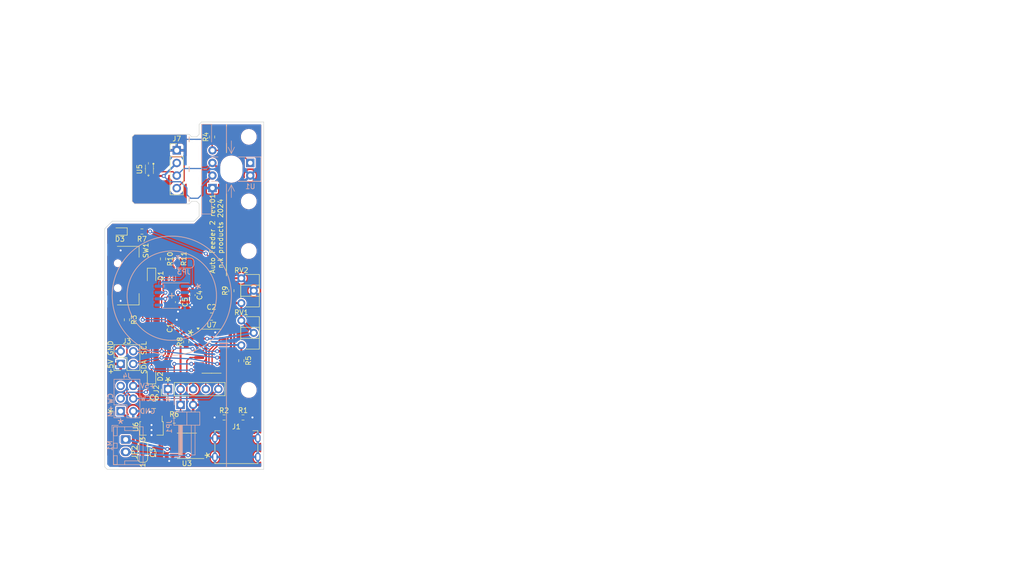
<source format=kicad_pcb>
(kicad_pcb (version 20240108) (generator "pcbnew") (generator_version "8.0")
  (title_block (title "Auto Feeder2") (date "2024-05-27") (rev "01") (company "n.k products") (comment 1 "Place the PCB vertically to take up as little space as possible."))
  (layers (0 "F.Cu" signal) (31 "B.Cu" signal) (34 "B.Paste" user) (35 "F.Paste" user) (36 "B.SilkS" user "B.Silkscreen") (37 "F.SilkS" user "F.Silkscreen") (38 "B.Mask" user) (39 "F.Mask" user) (44 "Edge.Cuts" user))
  (net 0 "")
  (net 1 "GND")
  (net 2 "+5V")
  (net 3 "Net-(J2-Pin_1)")
  (net 4 "Net-(J2-Pin_2)")
  (net 5 "Net-(JP2-C)")
  (net 6 "/Sensor0")
  (net 7 "/FWD")
  (net 8 "/REV")
  (net 9 "/SCL")
  (net 10 "/SDA")
  (net 11 "Net-(U4-VDD3V3)")
  (net 12 "Net-(D1-K)")
  (net 13 "/RA2")
  (net 14 "Net-(D2-K)")
  (net 15 "/M1")
  (net 16 "/M2")
  (net 17 "Net-(D3-K)")
  (net 18 "Net-(J1-CC1)")
  (net 19 "/CCW")
  (net 20 "Net-(R3-Pad1)")
  (net 21 "Net-(J1-CC2)")
  (net 22 "/RA4")
  (net 23 "/RA5")
  (net 24 "Net-(J2-Pin_4)")
  (net 25 "/CW")
  (net 27 "Net-(J4-Pin_1)")
  (net 28 "Net-(J5-Pin_1)")
  (net 29 "Net-(J7-Pin_4)")
  (net 30 "Net-(JP3-C)")
  (footprint "Resistor_SMD:R_0603_1608Metric" (layer "F.Cu") (at 99.9925 92.075)
    (property "Reference" "R7")
    (property "Value" "1k")
  )
  (footprint "Package_SO:SOIC-8_3.9x4.9mm_P1.27mm" (layer "F.Cu") (at 109.035 135.255 180)
    (property "Reference" "U3")
    (property "Value" "ZXBM5210-S")
  )
  (footprint "Resistor_SMD:R_0603_1608Metric" (layer "F.Cu") (at 96.97 109.855 -90)
    (property "Reference" "R3")
    (property "Value" "1k")
  )
  (footprint "Resistor_SMD:R_0603_1608Metric" (layer "F.Cu") (at 120 118.1 -90)
    (property "Reference" "R5")
    (property "Value" "1k")
  )
  (footprint "Connector_PinHeader_2.54mm:PinHeader_2x02_P2.54mm_Vertical" (layer "F.Cu") (at 95.7 118.745 90)
    (property "Reference" "J3")
    (property "Value" "Conn_02x02_Odd_Even")
  )
  (footprint "Fiducial:Fiducial_1mm_Mask3mm" (layer "F.Cu") (at 118 72.5)
    (property "Reference" "Fed3" (hide yes))
    (property "Value" "Fiducial_1mm_Mask3mm")
  )
  (footprint "mylib:DrillHoleOval2.5x6.7mm" (layer "F.Cu") (at 110.5 82.5 180)
    (property "Reference" "REF**" (hide yes))
    (property "Value" "DrillHoleOval2.5x6.7mm")
  )
  (footprint "Capacitor_SMD:C_0603_1608Metric" (layer "F.Cu") (at 107 111.506 90)
    (property "Reference" "C1")
    (property "Value" "0.01u")
  )
  (footprint "" (layer "F.Cu") (at 101.92 131.064)
    (property "Reference" "")
    (property "Value" "")
  )
  (footprint "Capacitor_SMD:C_0603_1608Metric" (layer "F.Cu") (at 107.254 106.299 -90)
    (property "Reference" "C5")
    (property "Value" "1u")
  )
  (footprint "Jumper:SolderJumper-3_P1.3mm_Bridged12_RoundedPad1.0x1.5mm_NumberLabels" (layer "F.Cu") (at 100.142 136.525 90)
    (property "Reference" "JP2")
    (property "Value" "SolderJumper_3_Bridged12")
  )
  (footprint "Capacitor_SMD:C_0805_2012Metric" (layer "F.Cu") (at 113.985 109.22 180)
    (property "Reference" "C2")
    (property "Value" "0.1u")
  )
  (footprint "Resistor_SMD:R_0603_1608Metric" (layer "F.Cu") (at 107 97.552742 -90)
    (property "Reference" "R11")
    (property "Value" "5.1k")
  )
  (footprint "Resistor_SMD:R_0603_1608Metric" (layer "F.Cu") (at 114.115 73.025 -90)
    (property "Reference" "R4")
    (property "Value" "510")
  )
  (footprint "MountingHole:MountingHole_2.7mm_M2.5" (layer "F.Cu") (at 121.5 73)
    (property "Reference" "REF**" (hide yes))
    (property "Value" "MountingHole_2.7mm_M2.5")
  )
  (footprint "Fiducial:Fiducial_1mm_Mask3mm" (layer "F.Cu") (at 94 138.5)
    (property "Reference" "REF**" (hide yes))
    (property "Value" "Fiducial_1mm_Mask3mm")
  )
  (footprint "Resistor_SMD:R_0603_1608Metric" (layer "F.Cu") (at 116.525 129.54 180)
    (property "Reference" "R2")
    (property "Value" "5.1k")
  )
  (footprint "" (layer "F.Cu") (at 101.92 132.08)
    (property "Reference" "")
    (property "Value" "")
  )
  (footprint "Resistor_SMD:R_0603_1608Metric" (layer "F.Cu") (at 106.492 130.175)
    (property "Reference" "R6")
    (property "Value" "10k")
  )
  (footprint "Package_TO_SOT_SMD:SOT-89-3" (layer "F.Cu") (at 101.92 131.445 -90)
    (property "Reference" "U6")
    (property "Value" "L78L05_SOT89")
  )
  (footprint "MountingHole:MountingHole_2.7mm_M2.5" (layer "F.Cu") (at 121.5 86)
    (property "Reference" "REF**" (hide yes))
    (property "Value" "MountingHole_2.7mm_M2.5")
  )
  (footprint "Potentiometer_THT:Potentiometer_ACP_CA6-H2,5_Horizontal" (layer "F.Cu") (at 120 101.5)
    (property "Reference" "RV2")
    (property "Value" "20k")
  )
  (footprint "LED_SMD:LED_0603_1608Metric" (layer "F.Cu") (at 95.5475 92.075 180)
    (property "Reference" "D3")
    (property "Value" "LED")
  )
  (footprint "Resistor_SMD:R_0603_1608Metric" (layer "F.Cu") (at 120.335 129.54)
    (property "Reference" "R1")
    (property "Value" "5.1k")
  )
  (footprint "Connector_PinHeader_2.54mm:PinHeader_1x05_P2.54mm_Vertical" (layer "F.Cu") (at 105.225 123.825 90)
    (property "Reference" "J2")
    (property "Value" "Conn_01x05")
  )
  (footprint "Potentiometer_THT:Potentiometer_ACP_CA6-H2,5_Horizontal" (layer "F.Cu") (at 120 110)
    (property "Reference" "RV1")
    (property "Value" "20k")
  )
  (footprint "mylib:ThermalVia" (layer "F.Cu") (at 101.92 133.096)
    (property "Reference" "REF**" (hide yes))
    (property "Value" "ThermalVia" (hide yes))
  )
  (footprint "MountingHole:MountingHole_2.7mm_M2.5" (layer "F.Cu") (at 121.5 96)
    (property "Reference" "REF**" (hide yes))
    (property "Value" "MountingHole_2.7mm_M2.5")
  )
  (footprint "mylib:THMU26_2" (layer "F.Cu") (at 95.319 100.965 180)
    (property "Reference" "SW1")
    (property "Value" "TMHU26")
  )
  (footprint "mylib:USB_C_6" (layer "F.Cu") (at 119 137.5)
    (property "Reference" "J1")
    (property "Value" "USB_C_Receptacle_6")
  )
  (footprint "Resistor_SMD:R_0603_1608Metric" (layer "F.Cu") (at 118 104 -90)
    (property "Reference" "R9")
    (property "Value" "20k")
  )
  (footprint "mylib:DrillHoleOval2.5x6.7mm" (layer "F.Cu") (at 110.5 76.5 180)
    (property "Reference" "REF**" (hide yes))
    (property "Value" "DrillHoleOval2.5x6.7mm")
  )
  (footprint "Resistor_SMD:R_0603_1608Metric" (layer "F.Cu") (at 108.905 114.3 -90)
    (property "Reference" "R8")
    (property "Value" "9.1k")
  )
  (footprint "Diode_SMD:D_SOD-323F" (layer "F.Cu") (at 101.92 121.285 90)
    (property "Reference" "D2")
    (property "Value" "1SS355VM")
  )
  (footprint "Capacitor_SMD:C_0603_1608Metric" (layer "F.Cu") (at 110.175 104.902 -90)
    (property "Reference" "C4")
    (property "Value" "0.1u")
  )
  (footprint "Resistor_SMD:R_0603_1608Metric" (layer "F.Cu") (at 104.2375 97.6 -90)
    (property "Reference" "R10")
    (property "Value" "5.1k")
  )
  (footprint "Connector_PinHeader_2.54mm:PinHeader_1x04_P2.54mm_Vertical" (layer "F.Cu") (at 107 75.7174)
    (property "Reference" "J7")
    (property "Value" "Conn_01x04")
  )
  (footprint "Capacitor_SMD:C_0805_2012Metric" (layer "F.Cu") (at 102.5 127 180)
    (property "Reference" "C6")
    (property "Value" "0.1u")
  )
  (footprint "mylib:DrillHoleOval2.5x6.7mm" (layer "F.Cu") (at 118 79.5 180)
    (property "Reference" "REF**" (hide yes))
    (property "Value" "DrillHoleOval2.5x6.7mm")
  )
  (footprint "Diode_SMD:D_SOD-323F" (layer "F.Cu") (at 101.92 100.965 -90)
    (property "Reference" "D1")
    (property "Value" "1SS355VM")
  )
  (footprint "Fiducial:Fiducial_1mm_Mask3mm" (layer "F.Cu") (at 120.5 137)
    (property "Reference" "Fid4" (hide yes))
    (property "Value" "Fiducial_1mm_Mask3mm")
  )
  (footprint "mylib:NJL5901AR-1" (layer "F.Cu") (at 101.5 79.5274 90)
    (property "Reference" "U5")
    (property "Value" "NJL5901AR-1")
  )
  (footprint "Capacitor_SMD:C_0805_2012Metric" (layer "F.Cu") (at 103.571 136.652 -90)
    (property "Reference" "C3")
    (property "Value" "10u")
  )
  (footprint "MountingHole:MountingHole_2.7mm_M2.5" (layer "F.Cu") (at 121.5 124)
    (property "Reference" "REF**" (hide yes))
    (property "Value" "MountingHole_2.7mm_M2.5")
  )
  (footprint "Fiducial:Fiducial_1mm_Mask3mm" (layer "F.Cu") (at 100.5 75)
    (property "Reference" "Fid2" (hide yes))
    (property "Value" "Fiducial_1mm_Mask3mm")
  )
  (footprint "Package_SO:SOIC-14_3.9x8.7mm_P1.27mm" (layer "F.Cu") (at 114 116.19)
    (property "Reference" "U7")
    (property "Value" "PIC16F1705-I/SO")
  )
  (footprint "Jumper:SolderJumper-3_P1.3mm_Bridged12_RoundedPad1.0x1.5mm" (layer "B.Cu") (at 108.4 98.425)
    (property "Reference" "JP3")
    (property "Value" "SolderJumper_3_Bridged12")
  )
  (footprint "Connector_JST:JST_XH_B2B-XH-A_1x02_P2.50mm_Vertical" (layer "B.Cu") (at 96.713 133.985 -90)
    (property "Reference" "M1")
    (property "Value" "Motor_DC")
  )
  (footprint "Connector_PinHeader_2.54mm:PinHeader_1x02_P2.54mm_Horizontal" (layer "B.Cu") (at 107.762 127 -90)
    (property "Reference" "JP1")
    (property "Value" "Jumper_2_Bridged")
  )
  (footprint "Connector_PinHeader_2.54mm:PinHeader_1x01_P2.54mm_Vertical" (layer "B.Cu") (at 114.1912 83.312 180)
    (property "Reference" "J6" (hide yes))
    (property "Value" "Conn_01x01")
  )
  (footprint "Package_SO:SOP-8_3.9x4.9mm_P1.27mm" (layer "B.Cu") (at 106 105 180)
    (property "Reference" "U4")
    (property "Value" "AS5600")
  )
  (footprint "mylib:CNZ1023" (layer "B.Cu") (at 121.8 78.25 180)
    (property "Reference" "U1")
    (property "Value" "CNZ1023")
  )
  (footprint "Connector_PinHeader_2.54mm:PinHeader_2x03_P2.54mm_Vertical" (layer "B.Cu") (at 95.7 128.27)
    (property "Reference" "J4")
    (property "Value" "Conn_02x03_Odd_Even")
  )
  (footprint "Connector_PinHeader_2.54mm:PinHeader_1x01_P2.54mm_Vertical" (layer "B.Cu") (at 114.1912 75.7174 180)
    (property "Reference" "J5" (hide yes))
    (property "Value" "Conn_01x01")
  )
  (gr_line (start 106 104.5) (end 106 105) (stroke (width 0.15)) (layer "B.SilkS"))
  (gr_line (start 109.5 85) (end 109.5 86) (stroke (width 0.15)) (layer "B.SilkS"))
  (gr_line (start 117 88.5) (end 117 98.5) (stroke (width 0.15)) (layer "B.SilkS"))
  (gr_line (start 109.5 79) (end 109.5 80) (stroke (width 0.15)) (layer "B.SilkS"))
  (gr_line (start 117 76.1) (end 117 70.5) (stroke (width 0.15)) (layer "B.SilkS"))
  (gr_line (start 109.5 73) (end 109.5 74) (stroke (width 0.15)) (layer "B.SilkS"))
  (gr_line (start 106.5 105) (end 106 105) (stroke (width 0.15)) (layer "B.SilkS"))
  (gr_circle (center 106 105) (end 97 105) (stroke (width 0.15)) (fill none) (layer "B.SilkS"))
  (gr_line (start 106 105) (end 106 105.5) (stroke (width 0.15)) (layer "B.SilkS"))
  (gr_circle (center 106 105) (end 94 105) (stroke (width 0.15)) (fill none) (layer "B.SilkS"))
  (gr_line (start 105.5 105) (end 106 105) (stroke (width 0.15)) (layer "B.SilkS"))
  (gr_line (start 117 113.5) (end 117 139.5) (stroke (width 0.15)) (layer "B.SilkS"))
  (gr_line (start 117 88.5) (end 117 82.5) (stroke (width 0.15)) (layer "B.SilkS"))
  (gr_line (start 105.5 105) (end 106.5 105) (stroke (width 0.15)) (layer "F.SilkS"))
  (gr_line (start 106 104.5) (end 106 105.5) (stroke (width 0.15)) (layer "F.SilkS"))
  (gr_line (start 109.5 80) (end 109.5 79) (stroke (width 0.15)) (layer "F.SilkS"))
  (gr_line (start 117 74.31) (end 117 76.2) (stroke (width 0.15)) (layer "F.SilkS"))
  (gr_line (start 117 70.5) (end 117 70.866) (stroke (width 0.15)) (layer "F.SilkS"))
  (gr_line (start 117 84.5) (end 117 101) (stroke (width 0.15)) (layer "F.SilkS"))
  (gr_line (start 109.5 74) (end 109.5 73) (stroke (width 0.15)) (layer "F.SilkS"))
  (gr_line (start 109.5 86) (end 109.5 85) (stroke (width 0.15)) (layer "F.SilkS"))
  (gr_line (start 92.5 139.5) (end 92.5 91.5) (stroke (width 0.1)) (layer "Edge.Cuts"))
  (gr_line (start 111 73) (end 110 73) (stroke (width 0.1)) (layer "Edge.Cuts"))
  (gr_line (start 92.5 139.5) (end 93 140) (stroke (width 0.1)) (layer "Edge.Cuts"))
  (gr_line (start 124.5 70) (end 124.5 140) (stroke (width 0.1)) (layer "Edge.Cuts"))
  (gr_line (start 98.5 72.5) (end 98 73) (stroke (width 0.1)) (layer "Edge.Cuts"))
  (gr_line (start 92.5 91.5) (end 94 90) (stroke (width 0.1)) (layer "Edge.Cuts"))
  (gr_line (start 109.5 86.5) (end 110 86) (stroke (width 0.1)) (layer "Edge.Cuts"))
  (gr_line (start 111.5 89) (end 110.5 90) (stroke (width 0.1)) (layer "Edge.Cuts"))
  (gr_line (start 111.5 72.5) (end 111 73) (stroke (width 0.1)) (layer "Edge.Cuts"))
  (gr_line (start 111.5 72.5) (end 111.5 70.5) (stroke (width 0.1)) (layer "Edge.Cuts"))
  (gr_line (start 98.5 86.5) (end 109.5 86.5) (stroke (width 0.1)) (layer "Edge.Cuts"))
  (gr_line (start 98 73) (end 98 86) (stroke (width 0.1)) (layer "Edge.Cuts"))
  (gr_line (start 110 86) (end 111 86) (stroke (width 0.1)) (layer "Edge.Cuts"))
  (gr_line (start 94 90) (end 110.5 90) (stroke (width 0.1)) (layer "Edge.Cuts"))
  (gr_line (start 109.5 72.5) (end 98.5 72.5) (stroke (width 0.1)) (layer "Edge.Cuts"))
  (gr_line (start 111.5 70.5) (end 112 70) (stroke (width 0.1)) (layer "Edge.Cuts"))
  (gr_line (start 124.5 140) (end 93 140) (stroke (width 0.1)) (layer "Edge.Cuts"))
  (gr_line (start 98 86) (end 98.5 86.5) (stroke (width 0.1)) (layer "Edge.Cuts"))
  (gr_line (start 112 70) (end 124.5 70) (stroke (width 0.1)) (layer "Edge.Cuts"))
  (gr_line (start 111 86) (end 111.5 86.5) (stroke (width 0.1)) (layer "Edge.Cuts"))
  (gr_line (start 111.5 86.5) (end 111.5 89) (stroke (width 0.1)) (layer "Edge.Cuts"))
  (gr_line (start 110 73) (end 109.5 72.5) (stroke (width 0.1)) (layer "Edge.Cuts"))
  (gr_text "GND" (at 99.51 128.27 0) (layer "B.SilkS") (effects (font (size 1 1)) (justify right mirror)))
  (gr_text "*" (at 95.697 130.937 0) (layer "B.SilkS") (effects (font (size 2 2) (thickness 0.2))))
  (gr_text "CW" (at 93.668 125.73 90) (layer "B.SilkS") (effects (font (size 1 1)) (justify mirror)))
  (gr_text "CCW" (at 99.57 125.73 0) (layer "B.SilkS") (effects (font (size 1 1)) (justify right mirror)))
  (gr_text "+M" (at 93.668 128.27 90) (layer "B.SilkS") (effects (font (size 1 1)) (justify mirror)))
  (gr_text "*" (at 111.956 103.124 90) (layer "B.SilkS") (effects (font (size 2 2) (thickness 0.2)) (justify mirror)))
  (gr_text "+5V" (at 99.57 123.19 0) (layer "B.SilkS") (effects (font (size 1 1)) (justify right mirror)))
  (gr_text "*" (at 105.225 126.492 0) (layer "B.SilkS") (effects (font (size 2 2) (thickness 0.2)) (justify mirror)))
  (gr_text "SDA" (at 100.399 119.38 90) (layer "F.SilkS") (effects (font (size 1 1))))
  (gr_text "*" (at 105.225 121.285 180) (layer "F.SilkS") (effects (font (size 2 2) (thickness 0.2)) (justify mirror)))
  (gr_text "*" (at 113.792 137.16 90) (layer "F.SilkS") (effects (font (size 2 2) (thickness 0.2)) (justify mirror)))
  (gr_text "SCL" (at 100.399 115.57 90) (layer "F.SilkS") (effects (font (size 1 1))))
  (gr_text "GND" (at 93.668 115.57 90) (layer "F.SilkS") (effects (font (size 1 1))))
  (gr_text "*" (at 109.162 112.395 270) (layer "F.SilkS") (effects (font (size 2 2) (thickness 0.2)) (justify mirror)))
  (gr_text "+5V" (at 93.668 119.38 90) (layer "F.SilkS") (effects (font (size 1 1))))
  (gr_text "*" (at 93.03 128.27 270) (layer "F.SilkS") (effects (font (size 2 2) (thickness 0.2)) (justify mirror)))
  (gr_text "Auto Feeder 2 rev.01\nn.k products 2024" (at 115 92.5 90) (layer "F.SilkS") (effects (font (size 1 1))))
  (segment (start 118 103.175) (end 118 102) (width 0.4) (layer "F.Cu") (net 1))
  (segment (start 104.272 138.303) (end 103.571 137.602) (width 0.4) (layer "F.Cu") (net 1))
  (segment (start 116.25 133.2) (end 116.09 133.36) (width 0.4) (layer "F.Cu") (net 1))
  (segment (start 101.55 128.408) (end 101.55 127) (width 0.4) (layer "F.Cu") (net 1))
  (segment (start 121.75 133.2) (end 121.91 133.36) (width 0.4) (layer "F.Cu") (net 1))
  (segment (start 116.09 133.36) (end 114.68 133.36) (width 0.4) (layer "F.Cu") (net 1))
  (segment (start 117.775 100.775) (end 117.775 84.815) (width 0.4) (layer "F.Cu") (net 1))
  (segment (start 110.175 106.807) (end 110.175 105.677) (width 0.4) (layer "F.Cu") (net 1))
  (segment (start 105.476 138.303) (end 105.476 138.244) (width 0.4) (layer "F.Cu") (net 1))
  (segment (start 107.254 108.204) (end 107.254 107.074) (width 0.4) (layer "F.Cu") (net 1))
  (segment (start 114.75 112.395) (end 116.59 112.395) (width 0.4) (layer "F.Cu") (net 1))
  (segment (start 107 109.982) (end 107 109.855) (width 0.25) (layer "F.Cu") (net 1))
  (segment (start 115.7 129.54) (end 114.62 129.54) (width 0.25) (layer "F.Cu") (net 1))
  (segment (start 101.12 77.88) (end 103.2826 75.7174) (width 0.25) (layer "F.Cu") (net 1))
  (segment (start 116.59 110.1) (end 115.71 109.22) (width 0.4) (layer "F.Cu") (net 1))
  (segment (start 95.7 106.045) (end 95.58 106.165) (width 0.4) (layer "F.Cu") (net 1))
  (segment (start 94.139 95.885) (end 94.019 95.765) (width 0.4) (layer "F.Cu") (net 1))
  (segment (start 101.92 128.778) (end 101.92 129.8825) (width 0.4) (layer "F.Cu") (net 1))
  (segment (start 105.476 138.244) (end 106.56 137.16) (width 0.4) (layer "F.Cu") (net 1))
  (segment (start 121.16 129.54) (end 122.24 129.54) (width 0.25) (layer "F.Cu") (net 1))
  (segment (start 117.775 84.815) (end 121.8 80.79) (width 0.4) (layer "F.Cu") (net 1))
  (segment (start 118 102) (end 118.5 101.5) (width 0.4) (layer "F.Cu") (net 1))
  (segment (start 116.59 112.395) (end 116.59 110.1) (width 0.4) (layer "F.Cu") (net 1))
  (segment (start 118.5 101.5) (end 117.775 100.775) (width 0.4) (layer "F.Cu") (net 1))
  (segment (start 121.91 133.36) (end 123.32 133.36) (width 0.4) (layer "F.Cu") (net 1))
  (segment (start 115.71 109.22) (end 114.935 109.22) (width 0.4) (layer "F.Cu") (net 1))
  (segment (start 101.55 128.408) (end 101.92 128.778) (width 0.4) (layer "F.Cu") (net 1))
  (segment (start 95.58 106.165) (end 94.019 106.165) (width 0.4) (layer "F.Cu") (net 1))
  (segment (start 103.2826 75.7174) (end 107 75.7174) (width 0.25) (layer "F.Cu") (net 1))
  (segment (start 118.5 101.5) (end 120 101.5) (width 0.4) (layer "F.Cu") (net 1))
  (segment (start 95.7 95.885) (end 94.139 95.885) (width 0.4) (layer "F.Cu") (net 1))
  (segment (start 101.12 79.0274) (end 101.12 77.88) (width 0.25) (layer "F.Cu") (net 1))
  (segment (start 110.077 106.905) (end 110.175 106.807) (width 0.4) (layer "F.Cu") (net 1))
  (segment (start 105.476 138.303) (end 104.272 138.303) (width 0.4) (layer "F.Cu") (net 1))
  (segment (start 107 110.731) (end 107 109.982) (width 0.25) (layer "F.Cu") (net 1))
  (via (at 114.75 112.395) (size 0.8) (drill 0.4) (layers "F.Cu" "B.Cu") (net 1))
  (via (at 107.254 108.204) (size 0.8) (drill 0.4) (layers "F.Cu" "B.Cu") (net 1))
  (via (at 101.55 128.408) (size 0.8) (drill 0.4) (layers "F.Cu" "B.Cu") (net 1))
  (via (at 105.476 138.303) (size 0.8) (drill 0.4) (layers "F.Cu" "B.Cu") (net 1))
  (via (at 95.7 95.885) (size 0.8) (drill 0.4) (layers "F.Cu" "B.Cu") (net 1))
  (via (at 95.7 106.045) (size 0.8) (drill 0.4) (layers "F.Cu" "B.Cu") (net 1))
  (via (at 114.62 129.54) (size 0.8) (drill 0.4) (layers "F.Cu" "B.Cu") (net 1))
  (via (at 122.24 129.54) (size 0.8) (drill 0.4) (layers "F.Cu" "B.Cu") (net 1))
  (via (at 107 109.855) (size 0.8) (drill 0.4) (layers "F.Cu" "B.Cu") (net 1))
  (via (at 110.077 106.905) (size 0.8) (drill 0.4) (layers "F.Cu" "B.Cu") (net 1))
  (segment (start 107 74) (end 107.5 73.5) (width 0.25) (layer "B.Cu") (net 1))
  (segment (start 110.077 106.905) (end 108.625 106.905) (width 0.25) (layer "B.Cu") (net 1))
  (segment (start 107.5 73.5) (end 112.5 73.5) (width 0.25) (layer "B.Cu") (net 1))
  (segment (start 107 75.7174) (end 107 74) (width 0.25) (layer "B.Cu") (net 1))
  (segment (start 101.12 80.62) (end 101.12 80.0274) (width 0.25) (layer "F.Cu") (net 2))
  (segment (start 101.3787 80.8787) (end 101.12 80.62) (width 0.4) (layer "F.Cu") (net 2))
  (segment (start 110.175 103.121) (end 110.149 103.095) (width 0.25) (layer "F.Cu") (net 2))
  (segment (start 110.175 104.127) (end 110.175 103.121) (width 0.25) (layer "F.Cu") (net 2))
  (segment (start 104.3787 80.8787) (end 101.3787 80.8787) (width 0.4) (layer "F.Cu") (net 2))
  (via (at 104.3787 80.8787) (size 0.8) (drill 0.4) (layers "F.Cu" "B.Cu") (net 2))
  (via (at 110.149 103.095) (size 0.8) (drill 0.4) (layers "F.Cu" "B.Cu") (net 2))
  (segment (start 112 84.662) (end 112 82.97) (width 0.25) (layer "B.Cu") (net 2))
  (segment (start 104.3787 80.8787) (end 107 78.2574) (width 0.4) (layer "B.Cu") (net 2))
  (segment (start 110.149 103.095) (end 110.149 98.874) (width 0.25) (layer "B.Cu") (net 2))
  (segment (start 109.7615 85.375) (end 111.287 85.375) (width 0.25) (layer "B.Cu") (net 2))
  (segment (start 104.3787 80.8787) (end 105.542 82.042) (width 0.25) (layer "B.Cu") (net 2))
  (segment (start 105.542 82.042) (end 107.762 82.042) (width 0.25) (layer "B.Cu") (net 2))
  (segment (start 109.032 84.6455) (end 109.7615 85.375) (width 0.25) (layer "B.Cu") (net 2))
  (segment (start 107.762 82.042) (end 109.032 83.312) (width 0.25) (layer "B.Cu") (net 2))
  (segment (start 110.149 103.095) (end 108.625 103.095) (width 0.4) (layer "B.Cu") (net 2))
  (segment (start 111.287 85.375) (end 112 84.662) (width 0.25) (layer "B.Cu") (net 2))
  (segment (start 110.149 98.874) (end 109.7 98.425) (width 0.25) (layer "B.Cu") (net 2))
  (segment (start 109.032 83.312) (end 109.032 84.6455) (width 0.25) (layer "B.Cu") (net 2))
  (segment (start 112 82.97) (end 114.18 80.79) (width 0.25) (layer "B.Cu") (net 2))
  (segment (start 105.222 123.822) (end 105.225 123.825) (width 0.25) (layer "F.Cu") (net 3))
  (segment (start 105.225 123.825) (end 105.225 129.733) (width 0.25) (layer "F.Cu") (net 3))
  (segment (start 106.495 115.57) (end 105.222 118.745) (width 0.25) (layer "F.Cu") (net 3))
  (segment (start 110.175 115.7345) (end 110.6305 116.19) (width 0.25) (layer "F.Cu") (net 3))
  (segment (start 105.222 118.745) (end 105.222 123.822) (width 0.25) (layer "F.Cu") (net 3))
  (segment (start 106.495 112.786) (end 107 112.281) (width 0.25) (layer "F.Cu") (net 3))
  (segment (start 106.495 115.57) (end 106.495 112.786) (width 0.25) (layer "F.Cu") (net 3))
  (segment (start 105.225 129.733) (end 105.667 130.175) (width 0.25) (layer "F.Cu") (net 3))
  (segment (start 110.6305 116.19) (end 111.525 116.19) (width 0.25) (layer "F.Cu") (net 3))
  (via (at 110.175 115.7345) (size 0.8) (drill 0.4) (layers "F.Cu" "B.Cu") (net 3))
  (via (at 106.495 115.57) (size 0.8) (drill 0.4) (layers "F.Cu" "B.Cu") (net 3))
  (segment (start 110.0105 115.57) (end 110.175 115.7345) (width 0.25) (layer "B.Cu") (net 3))
  (segment (start 106.495 115.57) (end 110.0105 115.57) (width 0.25) (layer "B.Cu") (net 3))
  (segment (start 107.765 126.997) (end 107.762 127) (width 0.4) (layer "F.Cu") (net 4))
  (segment (start 107.317 130.175) (end 107.762 129.73) (width 0.25) (layer "F.Cu") (net 4))
  (segment (start 107.765 123.825) (end 107.765 126.997) (width 0.4) (layer "F.Cu") (net 4))
  (segment (start 111.51 112.395) (end 108.27 112.395) (width 0.4) (layer "F.Cu") (net 4))
  (segment (start 108.27 112.395) (end 107.765 112.9) (width 0.4) (layer "F.Cu") (net 4))
  (segment (start 111.525 112.38) (end 111.51 112.395) (width 0.4) (layer "F.Cu") (net 4))
  (segment (start 112.08 109.22) (end 111.525 109.775) (width 0.4) (layer "F.Cu") (net 4))
  (segment (start 107.765 112.9) (end 107.765 123.825) (width 0.4) (layer "F.Cu") (net 4))
  (segment (start 107.762 129.73) (end 107.762 127) (width 0.25) (layer "F.Cu") (net 4))
  (segment (start 111.525 109.775) (end 111.525 112.38) (width 0.4) (layer "F.Cu") (net 4))
  (segment (start 113.035 109.22) (end 112.08 109.22) (width 0.4) (layer "F.Cu") (net 4))
  (segment (start 106.56 134.62) (end 109.12058 134.62) (width 0.4) (layer "F.Cu") (net 5))
  (segment (start 109.035 135.89) (end 111.51 135.89) (width 0.4) (layer "F.Cu") (net 5))
  (segment (start 100.142 136.525) (end 101.412 136.525) (width 0.4) (layer "F.Cu") (net 5))
  (segment (start 106.56 134.62) (end 103.952 134.62) (width 0.4) (layer "F.Cu") (net 5))
  (segment (start 103.571 135.001) (end 103.571 135.702) (width 0.4) (layer "F.Cu") (net 5))
  (segment (start 102.235 135.702) (end 103.571 135.702) (width 0.4) (layer "F.Cu") (net 5))
  (segment (start 109.12058 134.62) (end 111.51 134.62) (width 0.4) (layer "F.Cu") (net 5))
  (segment (start 109.035 134.62) (end 111.51 134.62) (width 0.4) (layer "F.Cu") (net 5))
  (segment (start 101.412 136.525) (end 102.235 135.702) (width 0.4) (layer "F.Cu") (net 5))
  (segment (start 109.035 135.89) (end 109.035 134.62) (width 0.4) (layer "F.Cu") (net 5))
  (segment (start 103.952 134.62) (end 103.571 135.001) (width 0.4) (layer "F.Cu") (net 5))
  (segment (start 118.574 118.254) (end 119.245 118.925) (width 0.4) (layer "F.Cu") (net 6))
  (segment (start 118.574 107.074) (end 118.574 118.254) (width 0.4) (layer "F.Cu") (net 6))
  (segment (start 117 105.5) (end 118.574 107.074) (width 0.4) (layer "F.Cu") (net 6))
  (segment (start 106.23 80.0274) (end 107 80.7974) (width 0.25) (layer "F.Cu") (net 6))
  (segment (start 117 83.321472) (end 117 105.5) (width 0.4) (layer "F.Cu") (net 6))
  (segment (start 119.245 118.925) (end 120 118.925) (width 0.4) (layer "F.Cu") (net 6))
  (segment (start 120 118.925) (end 118.91 120.015) (width 0.4) (layer "F.Cu") (net 6))
  (segment (start 115.5 79.5) (end 115.5 81.821472) (width 0.4) (layer "F.Cu") (net 6))
  (segment (start 115.5 81.821472) (end 117 83.321472) (width 0.4) (layer "F.Cu") (net 6))
  (segment (start 101.88 80.0274) (end 106.23 80.0274) (width 0.25) (layer "F.Cu") (net 6))
  (segment (start 118.91 120.015) (end 116.59 120.015) (width 0.4) (layer "F.Cu") (net 6))
  (segment (start 114.18 78.25) (end 114.25 78.25) (width 0.4) (layer "F.Cu") (net 6))
  (segment (start 114.25 78.25) (end 115.5 79.5) (width 0.4) (layer "F.Cu") (net 6))
  (segment (start 107 80.7974) (end 108.4224 79.375) (width 0.25) (layer "B.Cu") (net 6))
  (segment (start 108.4224 79.375) (end 113.055 79.375) (width 0.25) (layer "B.Cu") (net 6))
  (segment (start 113.055 79.375) (end 114.18 78.25) (width 0.25) (layer "B.Cu") (net 6))
  (segment (start 109.685 117.46) (end 109.035 118.11) (width 0.25) (layer "F.Cu") (net 7))
  (segment (start 111.525 117.46) (end 109.685 117.46) (width 0.25) (layer "F.Cu") (net 7))
  (segment (start 110.305 133.35) (end 111.51 133.35) (width 0.25) (layer "F.Cu") (net 7))
  (segment (start 109.035 118.11) (end 109.035 132.08) (width 0.25) (layer "F.Cu") (net 7))
  (segment (start 109.035 132.08) (end 110.305 133.35) (width 0.25) (layer "F.Cu") (net 7))
  (segment (start 106.495 118.745) (end 106.495 133.285) (width 0.25) (layer "F.Cu") (net 8))
  (segment (start 111.525 118.73) (end 109.924 118.745) (width 0.25) (layer "F.Cu") (net 8))
  (segment (start 106.495 133.285) (end 106.56 133.35) (width 0.25) (layer "F.Cu") (net 8))
  (via (at 106.495 118.745) (size 0.8) (drill 0.4) (layers "F.Cu" "B.Cu") (net 8))
  (via (at 109.924 118.745) (size 0.8) (drill 0.4) (layers "F.Cu" "B.Cu") (net 8))
  (segment (start 109.924 118.745) (end 106.495 118.745) (width 0.25) (layer "B.Cu") (net 8))
  (segment (start 103.955 105.156) (end 104.717 104.394) (width 0.25) (layer "F.Cu") (net 9))
  (segment (start 104.2375 103.9145) (end 104.717 104.394) (width 0.25) (layer "F.Cu") (net 9))
  (segment (start 103.955 116.1965) (end 103.955 105.156) (width 0.25) (layer "F.Cu") (net 9))
  (segment (start 115.131 117.475) (end 116.59 117.475) (width 0.25) (layer "F.Cu") (net 9))
  (segment (start 103.9635 116.205) (end 103.955 116.1965) (width 0.25) (layer "F.Cu") (net 9))
  (segment (start 104.2375 98.425) (end 104.2375 103.9145) (width 0.25) (layer "F.Cu") (net 9))
  (via (at 104.717 104.394) (size 0.8) (drill 0.4) (layers "F.Cu" "B.Cu") (net 9))
  (via (at 103.9635 116.205) (size 0.8) (drill 0.4) (layers "F.Cu" "B.Cu") (net 9))
  (via (at 115.131 117.475) (size 0.8) (drill 0.4) (layers "F.Cu" "B.Cu") (net 9))
  (segment (start 104.688 104.365) (end 103.375 104.365) (width 0.25) (layer "B.Cu") (net 9))
  (segment (start 104.717 104.394) (end 104.688 104.365) (width 0.25) (layer "B.Cu") (net 9))
  (segment (start 103.9635 116.205) (end 98.24 116.205) (width 0.25) (layer "B.Cu") (net 9))
  (segment (start 103.9635 116.205) (end 115.131 117.475) (width 0.25) (layer "B.Cu") (net 9))
  (segment (start 107 98.377742) (end 107 99.695) (width 0.25) (layer "F.Cu") (net 10))
  (segment (start 104.688 116.742) (end 104.688 105.635) (width 0.25) (layer "F.Cu") (net 10))
  (segment (start 116.59 118.745) (end 115.131 118.745) (width 0.25) (layer "F.Cu") (net 10))
  (segment (start 105.73 104.593) (end 104.688 105.635) (width 0.25) (layer "F.Cu") (net 10))
  (segment (start 103.955 117.475) (end 104.688 116.742) (width 0.25) (layer "F.Cu") (net 10))
  (segment (start 105.73 100.965) (end 105.73 104.593) (width 0.25) (layer "F.Cu") (net 10))
  (segment (start 107 99.695) (end 105.73 100.965) (width 0.25) (layer "F.Cu") (net 10))
  (via (at 104.688 105.635) (size 0.8) (drill 0.4) (layers "F.Cu" "B.Cu") (net 10))
  (via (at 103.955 117.475) (size 0.8) (drill 0.4) (layers "F.Cu" "B.Cu") (net 10))
  (via (at 115.131 118.745) (size 0.8) (drill 0.4) (layers "F.Cu" "B.Cu") (net 10))
  (segment (start 115.131 118.745) (end 109.921 117.729) (width 0.25) (layer "B.Cu") (net 10))
  (segment (start 109.921 117.729) (end 103.955 117.475) (width 0.25) (layer "B.Cu") (net 10))
  (segment (start 98.24 118.745) (end 103.955 117.475) (width 0.25) (layer "B.Cu") (net 10))
  (segment (start 104.688 105.635) (end 103.375 105.635) (width 0.25) (layer "B.Cu") (net 10))
  (segment (start 107.254 104.365) (end 107.254 105.524) (width 0.4) (layer "F.Cu") (net 11))
  (via (at 107.254 104.365) (size 0.8) (drill 0.4) (layers "F.Cu" "B.Cu") (net 11))
  (segment (start 107.254 104.365) (end 108.625 104.365) (width 0.4) (layer "B.Cu") (net 11))
  (segment (start 98.869 98.465) (end 101.6875 98.465) (width 0.25) (layer "F.Cu") (net 12))
  (segment (start 101.92 98.6975) (end 101.92 99.865) (width 0.25) (layer "F.Cu") (net 12))
  (segment (start 101.6875 98.465) (end 101.92 98.6975) (width 0.25) (layer "F.Cu") (net 12))
  (segment (start 100.145 102.241) (end 98.869 100.965) (width 0.25) (layer "F.Cu") (net 13))
  (segment (start 115.128 116.205) (end 116.59 116.205) (width 0.25) (layer "F.Cu") (net 13))
  (segment (start 100.145 109.855) (end 100.145 102.241) (width 0.25) (layer "F.Cu") (net 13))
  (via (at 100.145 109.855) (size 0.8) (drill 0.4) (layers "F.Cu" "B.Cu") (net 13))
  (via (at 115.128 116.205) (size 0.8) (drill 0.4) (layers "F.Cu" "B.Cu") (net 13))
  (segment (start 104.587 109.855) (end 100.145 109.855) (width 0.25) (layer "B.Cu") (net 13))
  (segment (start 113.096 116.205) (end 104.587 109.855) (width 0.25) (layer "B.Cu") (net 13))
  (segment (start 115.128 116.205) (end 113.096 116.205) (width 0.25) (layer "B.Cu") (net 13))
  (segment (start 101.92 123.32) (end 101.92 122.385) (width 0.25) (layer "F.Cu") (net 14))
  (segment (start 100.78 124.46) (end 101.92 123.32) (width 0.25) (layer "F.Cu") (net 14))
  (via (at 100.78 124.46) (size 0.8) (drill 0.4) (layers "F.Cu" "B.Cu") (net 14))
  (segment (start 100.78 124.46) (end 96.97 124.46) (width 0.25) (layer "B.Cu") (net 14))
  (segment (start 96.97 124.46) (end 95.7 125.73) (width 0.25) (layer "B.Cu") (net 14))
  (segment (start 109.286 137.16) (end 111.51 137.16) (width 0.4) (layer "F.Cu") (net 15))
  (via (at 109.286 137.16) (size 0.8) (drill 0.4) (layers "F.Cu" "B.Cu") (net 15))
  (segment (start 109.286 137.16) (end 104.841 137.16) (width 0.4) (layer "B.Cu") (net 15))
  (segment (start 104.841 137.16) (end 96.713 136.485) (width 0.4) (layer "B.Cu") (net 15))
  (segment (start 105.095 135.89) (end 106.56 135.89) (width 0.4) (layer "F.Cu") (net 16))
  (via (at 105.095 135.89) (size 0.8) (drill 0.4) (layers "F.Cu" "B.Cu") (net 16))
  (segment (start 105.095 135.89) (end 96.713 133.985) (width 0.4) (layer "B.Cu") (net 16))
  (segment (start 96.335 92.075) (end 99.1675 92.075) (width 0.25) (layer "F.Cu") (net 17))
  (segment (start 117.35 129.54) (end 118.5 130.69) (width 0.25) (layer "F.Cu") (net 18))
  (segment (start 118.5 130.69) (end 118.5 133.2) (width 0.25) (layer "F.Cu") (net 18))
  (segment (start 96.97 124.46) (end 98.24 125.73) (width 0.25) (layer "F.Cu") (net 19))
  (segment (start 115.385 122.493) (end 115.385 123.825) (width 0.25) (layer "F.Cu") (net 19))
  (segment (start 114.837 115.48) (end 114.827695 115.48) (width 0.25) (layer "F.Cu") (net 19))
  (segment (start 114.827695 115.48) (end 114.115 116.192695) (width 0.25) (layer "F.Cu") (net 19))
  (segment (start 114.115 121.223) (end 115.385 122.493) (width 0.25) (layer "F.Cu") (net 19))
  (segment (start 115.382 114.935) (end 114.837 115.48) (width 0.25) (layer "F.Cu") (net 19))
  (segment (start 114.115 116.192695) (end 114.115 121.223) (width 0.25) (layer "F.Cu") (net 19))
  (segment (start 116.59 114.935) (end 115.382 114.935) (width 0.25) (layer "F.Cu") (net 19))
  (segment (start 96.97 110.68) (end 96.97 124.46) (width 0.25) (layer "F.Cu") (net 19))
  (segment (start 115.385 123.825) (end 113.48 125.73) (width 0.25) (layer "B.Cu") (net 19))
  (segment (start 113.48 125.73) (end 98.24 125.73) (width 0.25) (layer "B.Cu") (net 19))
  (segment (start 98.9 103.446) (end 98.869 103.415) (width 0.25) (layer "F.Cu") (net 20))
  (segment (start 96.97 109.03) (end 96.97 107.95) (width 0.25) (layer "F.Cu") (net 20))
  (segment (start 96.97 107.95) (end 98.9 106.02) (width 0.25) (layer "F.Cu") (net 20))
  (segment (start 98.9 106.02) (end 98.9 103.446) (width 0.25) (layer "F.Cu") (net 20))
  (segment (start 119.51 129.54) (end 119.5 129.55) (width 0.25) (layer "F.Cu") (net 21))
  (segment (start 119.5 129.55) (end 119.5 133.2) (width 0.25) (layer "F.Cu") (net 21))
  (segment (start 113.589 114.92) (end 109.11 114.92) (width 0.4) (layer "F.Cu") (net 22))
  (segment (start 109.11 114.92) (end 108.905 115.125) (width 0.4) (layer "F.Cu") (net 22))
  (segment (start 113.599701 114.930701) (end 113.589 114.92) (width 0.4) (layer "F.Cu") (net 22))
  (segment (start 120 117.275) (end 120 115) (width 0.4) (layer "F.Cu") (net 22))
  (via (at 113.599701 114.930701) (size 0.8) (drill 0.4) (layers "F.Cu" "B.Cu") (net 22))
  (segment (start 113.599701 114.930701) (end 119.930701 114.930701) (width 0.4) (layer "B.Cu") (net 22))
  (segment (start 119.930701 114.930701) (end 120 115) (width 0.4) (layer "B.Cu") (net 22))
  (segment (start 109.985 113.475) (end 108.905 113.475) (width 0.4) (layer "F.Cu") (net 23))
  (segment (start 119 106.5) (end 120 106.5) (width 0.4) (layer "F.Cu") (net 23))
  (segment (start 110 113.52) (end 110 113.49) (width 0.4) (layer "F.Cu") (net 23))
  (segment (start 118 104.825) (end 118 105.5) (width 0.4) (layer "F.Cu") (net 23))
  (segment (start 113.084 113.65) (end 113.099 113.665) (width 0.4) (layer "F.Cu") (net 23))
  (segment (start 110 113.49) (end 109.985 113.475) (width 0.4) (layer "F.Cu") (net 23))
  (segment (start 111.525 113.65) (end 111.51 113.665) (width 0.4) (layer "F.Cu") (net 23))
  (segment (start 111.525 113.65) (end 113.084 113.65) (width 0.4) (layer "F.Cu") (net 23))
  (segment (start 118 105.5) (end 119 106.5) (width 0.4) (layer "F.Cu") (net 23))
  (segment (start 120 106.5) (end 120 110) (width 0.4) (layer "F.Cu") (net 23))
  (segment (start 111.51 113.665) (end 109.855 113.665) (width 0.4) (layer "F.Cu") (net 23))
  (segment (start 109.855 113.665) (end 110 113.52) (width 0.4) (layer "F.Cu") (net 23))
  (via (at 113.099 113.665) (size 0.8) (drill 0.4) (layers "F.Cu" "B.Cu") (net 23))
  (segment (start 122.5 112.5) (end 120 110) (width 0.4) (layer "B.Cu") (net 23))
  (segment (start 115.255 113.665) (end 122.5 112.5) (width 0.4) (layer "B.Cu") (net 23))
  (segment (start 113.099 113.665) (end 115.255 113.665) (width 0.4) (layer "B.Cu") (net 23))
  (segment (start 115.89 113.665) (end 114.489847 113.665) (width 0.25) (layer "F.Cu") (net 24))
  (segment (start 100.8175 92.075) (end 101.6435 92.075) (width 0.25) (layer "F.Cu") (net 24))
  (segment (start 112.845 123.825) (end 112.845 121.917) (width 0.25) (layer "F.Cu") (net 24))
  (segment (start 113.985 113.160153) (end 113.985 97.66) (width 0.25) (layer "F.Cu") (net 24))
  (segment (start 113.48 121.282) (end 113.48 116.075) (width 0.25) (layer "F.Cu") (net 24))
  (segment (start 113.985 97.66) (end 112.845 96.52) (width 0.25) (layer "F.Cu") (net 24))
  (segment (start 113.48 116.075) (end 115.89 113.665) (width 0.25) (layer "F.Cu") (net 24))
  (segment (start 114.489847 113.665) (end 113.985 113.160153) (width 0.25) (layer "F.Cu") (net 24))
  (segment (start 112.845 121.917) (end 113.48 121.282) (width 0.25) (layer "F.Cu") (net 24))
  (via (at 112.845 96.52) (size 0.8) (drill 0.4) (layers "F.Cu" "B.Cu") (net 24))
  (via (at 101.6435 92.075) (size 0.8) (drill 0.4) (layers "F.Cu" "B.Cu") (net 24))
  (segment (start 112.845 96.52) (end 101.6435 92.075) (width 0.25) (layer "B.Cu") (net 24))
  (segment (start 101.92 119.38) (end 101.92 120.185) (width 0.25) (layer "F.Cu") (net 25))
  (segment (start 109.924 120.015) (end 111.51 120.015) (width 0.25) (layer "F.Cu") (net 25))
  (segment (start 111.51 120.015) (end 111.525 120) (width 0.25) (layer "F.Cu") (net 25))
  (segment (start 101.92 119.38) (end 101.92 102.065) (width 0.25) (layer "F.Cu") (net 25))
  (via (at 101.92 119.38) (size 0.8) (drill 0.4) (layers "F.Cu" "B.Cu") (net 25))
  (via (at 109.924 120.015) (size 0.8) (drill 0.4) (layers "F.Cu" "B.Cu") (net 25))
  (segment (start 109.924 120.015) (end 102.555 120.015) (width 0.25) (layer "B.Cu") (net 25))
  (segment (start 102.555 120.015) (end 101.92 119.38) (width 0.25) (layer "B.Cu") (net 25))
  (segment (start 95.7 128.27) (end 97.225 129.795) (width 0.4) (layer "F.Cu") (net 27))
  (segment (start 98.998 131.568) (end 95.7 128.27) (width 0.4) (layer "F.Cu") (net 27))
  (segment (start 97.225 129.795) (end 100.42 129.795) (width 0.4) (layer "F.Cu") (net 27))
  (segment (start 98.998 134.081) (end 98.998 131.568) (width 0.4) (layer "F.Cu") (net 27))
  (segment (start 100.142 135.225) (end 98.998 134.081) (width 0.4) (layer "F.Cu") (net 27))
  (segment (start 114.115 73.85) (end 114.115 75.6412) (width 0.25) (layer "F.Cu") (net 28))
  (segment (start 121.8 78.25) (end 119.2674 75.7174) (width 0.25) (layer "F.Cu") (net 28))
  (segment (start 114.115 75.6412) (end 114.1912 75.7174) (width 0.25) (layer "F.Cu") (net 28))
  (segment (start 119.2674 75.7174) (end 114.1912 75.7174) (width 0.25) (layer "F.Cu") (net 28))
  (segment (start 101.88 79.0274) (end 103.4726 79.0274) (width 0.25) (layer "F.Cu") (net 29))
  (segment (start 103.4726 79.0274) (end 105.5 77) (width 0.25) (layer "F.Cu") (net 29))
  (segment (start 108.5 81.8374) (end 107 83.3374) (width 0.25) (layer "F.Cu") (net 29))
  (segment (start 108 77) (end 108.5 77.5) (width 0.25) (layer "F.Cu") (net 29))
  (segment (start 105.5 77) (end 108 77) (width 0.25) (layer "F.Cu") (net 29))
  (segment (start 108.5 77.5) (end 108.5 81.8374) (width 0.25) (layer "F.Cu") (net 29))
  (segment (start 103.955 101.6) (end 107.765 101.6) (width 0.25) (layer "B.Cu") (net 30))
  (segment (start 103.375 103.095) (end 103.375 102.18) (width 0.25) (layer "B.Cu") (net 30))
  (segment (start 108.4 100.965) (end 108.4 98.425) (width 0.25) (layer "B.Cu") (net 30))
  (segment (start 107.765 101.6) (end 108.4 100.965) (width 0.25) (layer "B.Cu") (net 30))
  (segment (start 103.375 102.18) (end 103.955 101.6) (width 0.25) (layer "B.Cu") (net 30))
  (zone (net 2) (net_name "+5V") (layer "F.Cu") (connect_pads (clearance 0.254)) (min_thickness 0.254) (fill yes (thermal_gap 0.508) (thermal_bridge_width 0.508))
    (polygon (pts (xy 124 139.5) (xy 93.5 139.5) (xy 93 139) (xy 93 91.5) (xy 94 90.5) (xy 110.5 90.5) (xy 112 89) (xy 112 70.5) (xy 124 70.5)))
  )
  (zone (net 1) (net_name "GND") (layer "F.Cu") (connect_pads (clearance 0.508)) (min_thickness 0.254) (fill yes (thermal_gap 0.508) (thermal_bridge_width 0.508))
    (polygon (pts (xy 109 86.5) (xy 98 86.5) (xy 98 72.5) (xy 109 72.5)))
  )
  (zone (net 0) (net_name "") (layer "F.Cu") (connect_pads (clearance 0)) (min_thickness 0.254)
    (keepout (tracks allowed) (vias allowed) (pads allowed) (copperpour not_allowed) (footprints allowed))
    (fill (thermal_gap 0.508) (thermal_bridge_width 0.508))
    (polygon (pts (xy 104.46 134.112) (xy 99.38 134.112) (xy 99.38 130.556) (xy 104.46 130.556)))
  )
  (zone (net 1) (net_name "GND") (layer "B.Cu") (connect_pads (clearance 0.254)) (min_thickness 0.254) (fill yes (thermal_gap 0.508) (thermal_bridge_width 0.508))
    (polygon (pts (xy 124 139.5) (xy 93.5 139.5) (xy 93 139) (xy 93 115) (xy 93 102.75) (xy 93 91.5) (xy 94 90.5) (xy 110.5 90.5) (xy 112 89) (xy 112 70.5) (xy 124 70.5)))
  )
  (zone (net 1) (net_name "GND") (layer "B.Cu") (connect_pads (clearance 0.508)) (min_thickness 0.254) (fill yes (thermal_gap 0.508) (thermal_bridge_width 0.508))
    (polygon (pts (xy 109 86.5) (xy 98 86.5) (xy 98 72.5) (xy 109 72.5)))
  )
)
</source>
